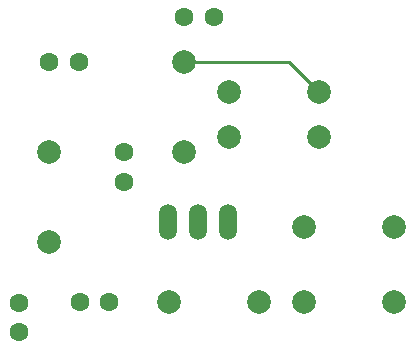
<source format=gbr>
G04 #@! TF.FileFunction,Copper,L1,Top,Signal*
%FSLAX46Y46*%
G04 Gerber Fmt 4.6, Leading zero omitted, Abs format (unit mm)*
G04 Created by KiCad (PCBNEW 4.0.5) date 11/09/18 17:54:53*
%MOMM*%
%LPD*%
G01*
G04 APERTURE LIST*
%ADD10C,0.100000*%
%ADD11C,1.600000*%
%ADD12O,1.506220X3.014980*%
%ADD13C,1.998980*%
%ADD14C,0.250000*%
G04 APERTURE END LIST*
D10*
D11*
X142240000Y-99060000D03*
X142240000Y-101560000D03*
X140970000Y-111760000D03*
X138470000Y-111760000D03*
X147320000Y-87630000D03*
X149820000Y-87630000D03*
X135890000Y-91440000D03*
X138390000Y-91440000D03*
X133350000Y-114300000D03*
X133350000Y-111800000D03*
D12*
X145961100Y-105003600D03*
X148501100Y-105003600D03*
X151041100Y-105003600D03*
D13*
X146050000Y-111760000D03*
X153670000Y-111760000D03*
X157480000Y-111760000D03*
X165100000Y-111760000D03*
X165100000Y-105410000D03*
X157480000Y-105410000D03*
X151130000Y-97790000D03*
X158750000Y-97790000D03*
X151130000Y-93980000D03*
X158750000Y-93980000D03*
X147320000Y-99060000D03*
X147320000Y-91440000D03*
X135890000Y-106680000D03*
X135890000Y-99060000D03*
D14*
X147320000Y-91440000D02*
X156210000Y-91440000D01*
X156210000Y-91440000D02*
X158750000Y-93980000D01*
M02*

</source>
